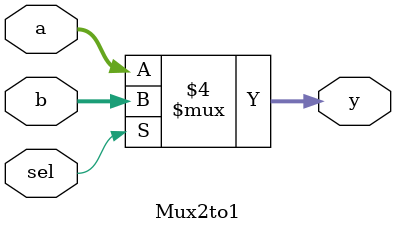
<source format=v>
module Mux2to1(a,b,sel,y);
input [3:0] a,b;
input sel;
output reg [3:0] y;
always @(sel or a or b)
begin 
if(sel==0)
begin 
y<=a;
end 
else 
begin 
y<=b;
end
end 
endmodule 
</source>
